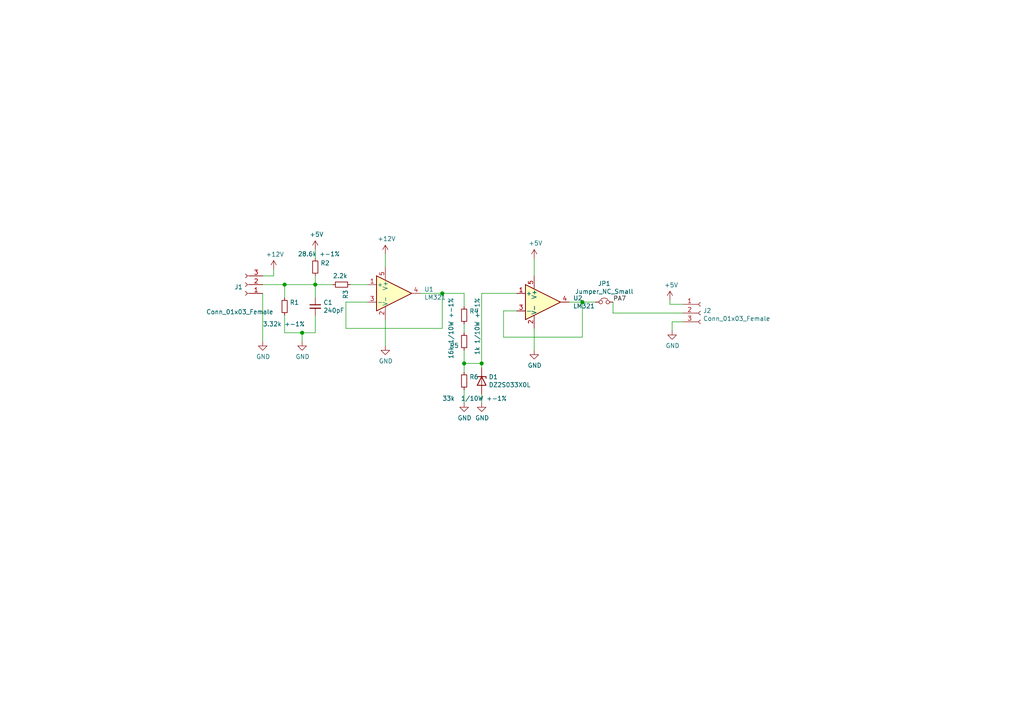
<source format=kicad_sch>
(kicad_sch (version 20201015) (generator eeschema)
  (page 1 1)
  (paper "A4")
  (lib_symbols
    (symbol "Amplifier_Operational:LM321" (pin_names (offset 0.127))
      (property "Reference" "U" (at 0 7.62 0))
      (property "Value" "LM321" (at 0 5.08 0))
      (symbol "LM321_0_1"
        (polyline (pts (xy -5.08 5.08) (xy 5.08 0) (xy -5.08 -5.08) (xy -5.08 5.08)) (stroke (width 0.254)) (fill (type background)))
      )
      (symbol "LM321_1_1"
        (pin input line (at -7.62 2.54 0) (length 2.54) (name "+") (number "1"))
        (pin power_in line (at -2.54 -7.62 90) (length 3.81) (name "V-") (number "2"))
        (pin input line (at -7.62 -2.54 0) (length 2.54) (name "-") (number "3"))
        (pin output line (at 7.62 0 180) (length 2.54) (name "~") (number "4"))
        (pin power_in line (at -2.54 7.62 270) (length 3.81) (name "V+") (number "5"))
      )
    )
    (symbol "Connector:Conn_01x03_Female" (pin_names (offset 1.016) hide)
      (property "Reference" "J" (at 0 5.08 0))
      (property "Value" "Conn_01x03_Female" (at 0 -5.08 0))
      (symbol "Conn_01x03_Female_1_1"
        (arc (start 0 -2.032) (end 0 -3.048) (radius (at 0 -2.54) (length 0.508) (angles 90.1 -90.1)) (stroke (width 0.1524)))
        (arc (start 0 0.508) (end 0 -0.508) (radius (at 0 0) (length 0.508) (angles 90.1 -90.1)) (stroke (width 0.1524)))
        (arc (start 0 3.048) (end 0 2.032) (radius (at 0 2.54) (length 0.508) (angles 90.1 -90.1)) (stroke (width 0.1524)))
        (polyline (pts (xy -1.27 -2.54) (xy -0.508 -2.54)) (stroke (width 0.1524)))
        (polyline (pts (xy -1.27 0) (xy -0.508 0)) (stroke (width 0.1524)))
        (polyline (pts (xy -1.27 2.54) (xy -0.508 2.54)) (stroke (width 0.1524)))
        (pin passive line (at -5.08 2.54 0) (length 3.81) (name "Pin_1") (number "1"))
        (pin passive line (at -5.08 0 0) (length 3.81) (name "Pin_2") (number "2"))
        (pin passive line (at -5.08 -2.54 0) (length 3.81) (name "Pin_3") (number "3"))
      )
    )
    (symbol "Device:C_Small" (pin_numbers hide) (pin_names (offset 0.254) hide)
      (property "Reference" "C" (at 0.254 1.778 0))
      (property "Value" "C_Small" (at 0.254 -2.032 0))
      (symbol "C_Small_0_1"
        (polyline (pts (xy -1.524 -0.508) (xy 1.524 -0.508)) (stroke (width 0.3302)))
        (polyline (pts (xy -1.524 0.508) (xy 1.524 0.508)) (stroke (width 0.3048)))
      )
      (symbol "C_Small_1_1"
        (pin passive line (at 0 2.54 270) (length 2.032) (name "~") (number "1"))
        (pin passive line (at 0 -2.54 90) (length 2.032) (name "~") (number "2"))
      )
    )
    (symbol "Device:Jumper_NC_Small" (pin_numbers hide) (pin_names (offset 0.762) hide)
      (property "Reference" "JP" (at 0 2.032 0))
      (property "Value" "Jumper_NC_Small" (at 0.254 -1.524 0))
      (symbol "Jumper_NC_Small_0_1"
        (arc (start 1.016 0.762) (end -1.016 0.762) (radius (at 0 -0.254) (length 1.4478) (angles 45 135)))
        (circle (center -1.016 0) (radius 0.508))
        (circle (center 1.016 0) (radius 0.508))
        (pin passive line (at -2.54 0 0) (length 1.016) (name "1") (number "1"))
        (pin passive line (at 2.54 0 180) (length 1.016) (name "2") (number "2"))
      )
    )
    (symbol "Device:R_Small" (pin_numbers hide) (pin_names (offset 0.254) hide)
      (property "Reference" "R" (at 0.762 0.508 0))
      (property "Value" "R_Small" (at 0.762 -1.016 0))
      (symbol "R_Small_0_1"
        (rectangle (start -0.762 1.778) (end 0.762 -1.778) (stroke (width 0.2032)))
      )
      (symbol "R_Small_1_1"
        (pin passive line (at 0 2.54 270) (length 0.762) (name "~") (number "1"))
        (pin passive line (at 0 -2.54 90) (length 0.762) (name "~") (number "2"))
      )
    )
    (symbol "Diode:DZ2S033X0L" (pin_numbers hide) (pin_names (offset 1.016) hide)
      (property "Reference" "D" (at 0 2.54 0))
      (property "Value" "DZ2S033X0L" (at 0 -2.54 0))
      (symbol "DZ2S033X0L_0_1"
        (polyline (pts (xy 1.27 0) (xy -1.27 0)))
        (polyline (pts (xy -1.27 -1.27) (xy -1.27 1.27) (xy -0.762 1.27)) (stroke (width 0.254)))
        (polyline (pts (xy 1.27 -1.27) (xy 1.27 1.27) (xy -1.27 0) (xy 1.27 -1.27)) (stroke (width 0.254)))
      )
      (symbol "DZ2S033X0L_1_1"
        (pin passive line (at -3.81 0 0) (length 2.54) (name "K") (number "1"))
        (pin passive line (at 3.81 0 180) (length 2.54) (name "A") (number "2"))
      )
    )
    (symbol "power:+12V" (power) (pin_names (offset 0))
      (property "Value" "+12V" (at 0 3.556 0))
      (symbol "+12V_0_1"
        (polyline (pts (xy -0.762 1.27) (xy 0 2.54)))
        (polyline (pts (xy 0 0) (xy 0 2.54)))
        (polyline (pts (xy 0 2.54) (xy 0.762 1.27)))
      )
      (symbol "+12V_1_1"
        (pin power_in line (at 0 0 90) (length 0) hide (name "+12V") (number "1"))
      )
    )
    (symbol "power:+5V" (power) (pin_names (offset 0))
      (property "Value" "+5V" (at 0 3.556 0))
      (symbol "+5V_0_1"
        (polyline (pts (xy -0.762 1.27) (xy 0 2.54)))
        (polyline (pts (xy 0 0) (xy 0 2.54)))
        (polyline (pts (xy 0 2.54) (xy 0.762 1.27)))
      )
      (symbol "+5V_1_1"
        (pin power_in line (at 0 0 90) (length 0) hide (name "+5V") (number "1"))
      )
    )
    (symbol "power:GND" (power) (pin_names (offset 0))
      (property "Value" "GND" (at 0 -3.81 0))
      (symbol "GND_0_1"
        (polyline (pts (xy 0 0) (xy 0 -1.27) (xy 1.27 -1.27) (xy 0 -2.54) (xy -1.27 -1.27) (xy 0 -1.27)))
      )
      (symbol "GND_1_1"
        (pin power_in line (at 0 0 270) (length 0) hide (name "GND") (number "1"))
      )
    )
  )
  (junction (at 82.55 82.55) (diameter 1.016))
  (junction (at 87.63 96.52) (diameter 1.016))
  (junction (at 91.44 82.55) (diameter 1.016))
  (junction (at 128.27 85.09) (diameter 1.016))
  (junction (at 134.62 105.41) (diameter 1.016))
  (junction (at 139.7 105.41) (diameter 1.016))
  (junction (at 168.91 87.63) (diameter 1.016))
  (wire (pts (xy 76.2 80.01) (xy 79.375 80.01)))
  (wire (pts (xy 76.2 82.55) (xy 82.55 82.55)))
  (wire (pts (xy 76.2 85.09) (xy 76.2 99.06)))
  (wire (pts (xy 79.375 80.01) (xy 79.375 78.105)))
  (wire (pts (xy 82.55 86.36) (xy 82.55 82.55)))
  (wire (pts (xy 82.55 91.44) (xy 82.55 96.52)))
  (wire (pts (xy 82.55 96.52) (xy 87.63 96.52)))
  (wire (pts (xy 87.63 96.52) (xy 91.44 96.52)))
  (wire (pts (xy 87.63 99.06) (xy 87.63 96.52)))
  (wire (pts (xy 91.44 72.39) (xy 91.44 74.93)))
  (wire (pts (xy 91.44 80.01) (xy 91.44 82.55)))
  (wire (pts (xy 91.44 82.55) (xy 82.55 82.55)))
  (wire (pts (xy 91.44 82.55) (xy 91.44 86.36)))
  (wire (pts (xy 91.44 96.52) (xy 91.44 91.44)))
  (wire (pts (xy 96.52 82.55) (xy 91.44 82.55)))
  (wire (pts (xy 100.33 87.63) (xy 100.33 95.25)))
  (wire (pts (xy 100.33 95.25) (xy 128.27 95.25)))
  (wire (pts (xy 101.6 82.55) (xy 106.68 82.55)))
  (wire (pts (xy 106.68 87.63) (xy 100.33 87.63)))
  (wire (pts (xy 111.76 77.47) (xy 111.76 73.66)))
  (wire (pts (xy 111.76 92.71) (xy 111.76 100.33)))
  (wire (pts (xy 128.27 85.09) (xy 121.92 85.09)))
  (wire (pts (xy 128.27 85.09) (xy 134.62 85.09)))
  (wire (pts (xy 128.27 95.25) (xy 128.27 85.09)))
  (wire (pts (xy 134.62 88.9) (xy 134.62 85.09)))
  (wire (pts (xy 134.62 96.52) (xy 134.62 93.98)))
  (wire (pts (xy 134.62 101.6) (xy 134.62 105.41)))
  (wire (pts (xy 134.62 105.41) (xy 134.62 107.95)))
  (wire (pts (xy 134.62 113.03) (xy 134.62 116.84)))
  (wire (pts (xy 139.7 85.09) (xy 139.7 105.41)))
  (wire (pts (xy 139.7 85.09) (xy 149.86 85.09)))
  (wire (pts (xy 139.7 105.41) (xy 134.62 105.41)))
  (wire (pts (xy 139.7 106.68) (xy 139.7 105.41)))
  (wire (pts (xy 139.7 116.84) (xy 139.7 114.3)))
  (wire (pts (xy 146.05 90.17) (xy 146.05 97.79)))
  (wire (pts (xy 146.05 97.79) (xy 168.91 97.79)))
  (wire (pts (xy 149.86 90.17) (xy 146.05 90.17)))
  (wire (pts (xy 154.94 80.01) (xy 154.94 74.93)))
  (wire (pts (xy 154.94 101.6) (xy 154.94 95.25)))
  (wire (pts (xy 168.91 87.63) (xy 165.1 87.63)))
  (wire (pts (xy 168.91 97.79) (xy 168.91 87.63)))
  (wire (pts (xy 172.72 87.63) (xy 168.91 87.63)))
  (wire (pts (xy 177.8 90.805) (xy 177.8 87.63)))
  (wire (pts (xy 194.31 88.265) (xy 194.31 86.995)))
  (wire (pts (xy 194.945 93.345) (xy 198.12 93.345)))
  (wire (pts (xy 194.945 95.885) (xy 194.945 93.345)))
  (wire (pts (xy 198.12 88.265) (xy 194.31 88.265)))
  (wire (pts (xy 198.12 90.805) (xy 177.8 90.805)))
  (label "PA7" (at 181.61 87.63 180))
  (symbol (lib_id "power:+12V") (at 79.375 78.105 0) (unit 1)
    (property "Reference" "#PWR0111" (effects hide))
    (property "Value" "+12V" (at 79.7433 73.7806 0))
  )
  (symbol (lib_id "power:+5V") (at 91.44 72.39 0) (unit 1)
    (property "Reference" "#PWR0109" (effects hide))
    (property "Value" "+5V" (at 91.821 67.9958 0))
  )
  (symbol (lib_id "power:+12V") (at 111.76 73.66 0) (unit 1)
    (property "Reference" "#PWR0110" (effects hide))
    (property "Value" "+12V" (at 112.141 69.2658 0))
  )
  (symbol (lib_id "power:+5V") (at 154.94 74.93 0) (unit 1)
    (property "Reference" "#PWR0104" (effects hide))
    (property "Value" "+5V" (at 155.321 70.5358 0))
  )
  (symbol (lib_id "power:+5V") (at 194.31 86.995 0) (unit 1)
    (property "Reference" "#PWR0105" (effects hide))
    (property "Value" "+5V" (at 194.6783 82.6706 0))
  )
  (symbol (lib_id "power:GND") (at 76.2 99.06 0) (unit 1)
    (property "Reference" "#PWR0112" (effects hide))
    (property "Value" "GND" (at 76.327 103.4542 0))
  )
  (symbol (lib_id "power:GND") (at 87.63 99.06 0) (unit 1)
    (property "Reference" "#PWR0107" (effects hide))
    (property "Value" "GND" (at 87.757 103.4542 0))
  )
  (symbol (lib_id "power:GND") (at 111.76 100.33 0) (unit 1)
    (property "Reference" "#PWR0108" (effects hide))
    (property "Value" "GND" (at 111.887 104.7242 0))
  )
  (symbol (lib_id "power:GND") (at 134.62 116.84 0) (unit 1)
    (property "Reference" "#PWR0102" (effects hide))
    (property "Value" "GND" (at 134.747 121.2342 0))
  )
  (symbol (lib_id "power:GND") (at 139.7 116.84 0) (unit 1)
    (property "Reference" "#PWR0101" (effects hide))
    (property "Value" "GND" (at 139.827 121.2342 0))
  )
  (symbol (lib_id "power:GND") (at 154.94 101.6 0) (unit 1)
    (property "Reference" "#PWR0103" (effects hide))
    (property "Value" "GND" (at 155.067 105.9942 0))
  )
  (symbol (lib_id "power:GND") (at 194.945 95.885 0) (unit 1)
    (property "Reference" "#PWR0106" (effects hide))
    (property "Value" "GND" (at 195.072 100.2792 0))
  )
  (symbol (lib_id "Device:Jumper_NC_Small") (at 175.26 87.63 0) (unit 1)
    (property "Reference" "JP1" (at 175.26 82.2452 0))
    (property "Value" "Jumper_NC_Small" (at 175.26 84.5566 0))
    (property "Footprint" "Jumper:SolderJumper-2_P1.3mm_Open_TrianglePad1.0x1.5mm" (effects hide))
  )
  (symbol (lib_id "Device:R_Small") (at 82.55 88.9 0) (unit 1)
    (property "Reference" "R1" (at 84.0486 87.7316 0) (effects (justify left)))
    (property "Value" "3.32k +-1%" (at 76.2 93.98 0) (effects (justify left)))
    (property "Footprint" "Resistor_SMD:R_0603_1608Metric" (effects hide))
    (property "LCSC" "C234508" (effects hide))
  )
  (symbol (lib_id "Device:R_Small") (at 91.44 77.47 180) (unit 1)
    (property "Reference" "R2" (at 92.9386 76.3016 0) (effects (justify right)))
    (property "Value" "28.6k +-1%" (at 86.36 73.66 0) (effects (justify right)))
    (property "Footprint" "Resistor_SMD:R_0603_1608Metric" (effects hide))
    (property "LCSC" "C217931" (effects hide))
  )
  (symbol (lib_id "Device:R_Small") (at 99.06 82.55 270) (unit 1)
    (property "Reference" "R3" (at 100.2284 84.0486 0) (effects (justify left)))
    (property "Value" "2.2k" (at 96.52 80.01 90) (effects (justify left)))
    (property "Footprint" "Resistor_SMD:R_0603_1608Metric" (effects hide))
    (property "LCSC" "C309092" (effects hide))
  )
  (symbol (lib_id "Device:R_Small") (at 134.62 91.44 0) (unit 1)
    (property "Reference" "R4" (at 136.1186 90.2716 0) (effects (justify left)))
    (property "Value" "16k 1/10W +-1%" (at 130.81 104.14 90) (effects (justify left)))
    (property "Footprint" "Resistor_SMD:R_0603_1608Metric" (effects hide))
    (property "LCSC" "C217760" (effects hide))
  )
  (symbol (lib_id "Device:R_Small") (at 134.62 99.06 180) (unit 1)
    (property "Reference" "R5" (at 133.1214 100.2284 0) (effects (justify left)))
    (property "Value" "1k 1/10W +-1%" (at 138.43 86.36 90) (effects (justify left)))
    (property "Footprint" "Resistor_SMD:R_0603_1608Metric" (effects hide))
    (property "LCSC" "C217840" (effects hide))
  )
  (symbol (lib_id "Device:R_Small") (at 134.62 110.49 0) (unit 1)
    (property "Reference" "R6" (at 136.1186 109.3216 0) (effects (justify left)))
    (property "Value" "33k  1/10W +-1%" (at 128.27 115.57 0) (effects (justify left)))
    (property "Footprint" "Resistor_SMD:R_0603_1608Metric" (effects hide))
  )
  (symbol (lib_id "Device:C_Small") (at 91.44 88.9 0) (unit 1)
    (property "Reference" "C1" (at 93.7768 87.7316 0) (effects (justify left)))
    (property "Value" "240pF" (at 93.7768 90.043 0) (effects (justify left)))
    (property "Footprint" "Capacitor_SMD:C_0603_1608Metric" (effects hide))
    (property "LCSC" "C185593" (effects hide))
  )
  (symbol (lib_id "Diode:DZ2S033X0L") (at 139.7 110.49 270) (unit 1)
    (property "Reference" "D1" (at 141.732 109.3216 90) (effects (justify left)))
    (property "Value" "DZ2S033X0L" (at 141.732 111.633 90) (effects (justify left)))
    (property "Footprint" "Diode_SMD:D_MiniMELF" (effects hide))
    (property "Datasheet" "https://industrial.panasonic.com/content/data/SC/ds/ds4/DZ2S03300L_E.pdf" (effects hide))
    (property "LCSC" "C8056" (effects hide))
  )
  (symbol (lib_id "Connector:Conn_01x03_Female") (at 71.12 82.55 180) (unit 1)
    (property "Reference" "J1" (at 70.4087 83.2422 0) (effects (justify left)))
    (property "Value" "Conn_01x03_Female" (at 79.2987 90.4685 0) (effects (justify left)))
    (property "Footprint" "Connector_Molex:Molex_PicoBlade_53047-0310_1x03_P1.25mm_Vertical" (effects hide))
  )
  (symbol (lib_id "Connector:Conn_01x03_Female") (at 203.2 90.805 0) (unit 1)
    (property "Reference" "J2" (at 203.9113 90.1128 0) (effects (justify left)))
    (property "Value" "Conn_01x03_Female" (at 203.9113 92.4115 0) (effects (justify left)))
    (property "Footprint" "Connector_Molex:Molex_PicoBlade_53047-0310_1x03_P1.25mm_Vertical" (effects hide))
  )
  (symbol (lib_id "Amplifier_Operational:LM321") (at 114.3 85.09 0) (unit 1)
    (property "Reference" "U1" (at 123.0376 83.9216 0) (effects (justify left)))
    (property "Value" "LM321" (at 123.0376 86.233 0) (effects (justify left)))
    (property "Footprint" "Package_TO_SOT_SMD:SOT-23-5" (effects hide))
    (property "Datasheet" "http://www.ti.com/lit/ds/symlink/lm321.pdf" (effects hide))
  )
  (symbol (lib_id "Amplifier_Operational:LM321") (at 157.48 87.63 0) (unit 1)
    (property "Reference" "U2" (at 166.2176 86.4616 0) (effects (justify left)))
    (property "Value" "LM321" (at 166.2176 88.773 0) (effects (justify left)))
    (property "Footprint" "Package_TO_SOT_SMD:SOT-23-5" (effects hide))
    (property "Datasheet" "http://www.ti.com/lit/ds/symlink/lm321.pdf" (effects hide))
  )
)
</source>
